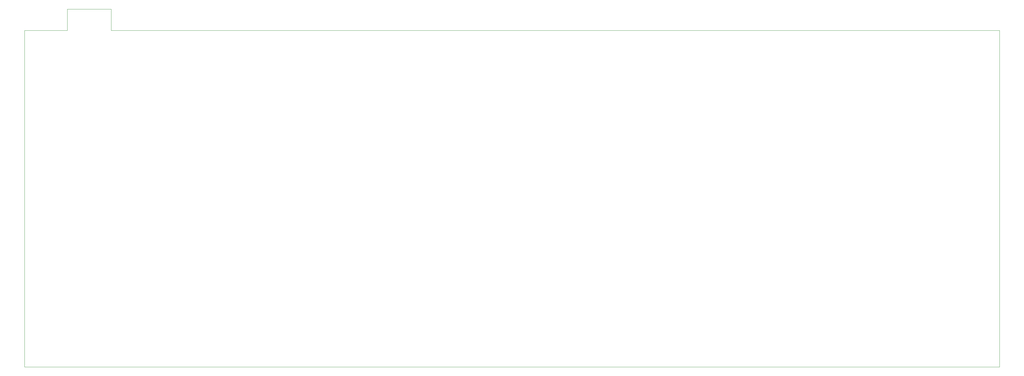
<source format=gbr>
%TF.GenerationSoftware,KiCad,Pcbnew,(6.0.8)*%
%TF.CreationDate,2022-12-31T11:57:47+00:00*%
%TF.ProjectId,USBKB,5553424b-422e-46b6-9963-61645f706362,rev?*%
%TF.SameCoordinates,Original*%
%TF.FileFunction,Profile,NP*%
%FSLAX46Y46*%
G04 Gerber Fmt 4.6, Leading zero omitted, Abs format (unit mm)*
G04 Created by KiCad (PCBNEW (6.0.8)) date 2022-12-31 11:57:47*
%MOMM*%
%LPD*%
G01*
G04 APERTURE LIST*
%TA.AperFunction,Profile*%
%ADD10C,0.100000*%
%TD*%
G04 APERTURE END LIST*
D10*
X47338005Y-21100000D02*
X34338005Y-21100000D01*
X21651002Y-27425000D02*
X21651002Y-127675000D01*
X21651002Y-127675000D02*
X311400002Y-127675000D01*
X311400002Y-127675000D02*
X311404505Y-27425000D01*
X311404505Y-27425000D02*
X47338005Y-27425000D01*
X47338005Y-21100000D02*
X47338005Y-27425000D01*
X34338005Y-21100000D02*
X34338005Y-27425000D01*
X34338005Y-27425000D02*
X21651002Y-27425000D01*
M02*

</source>
